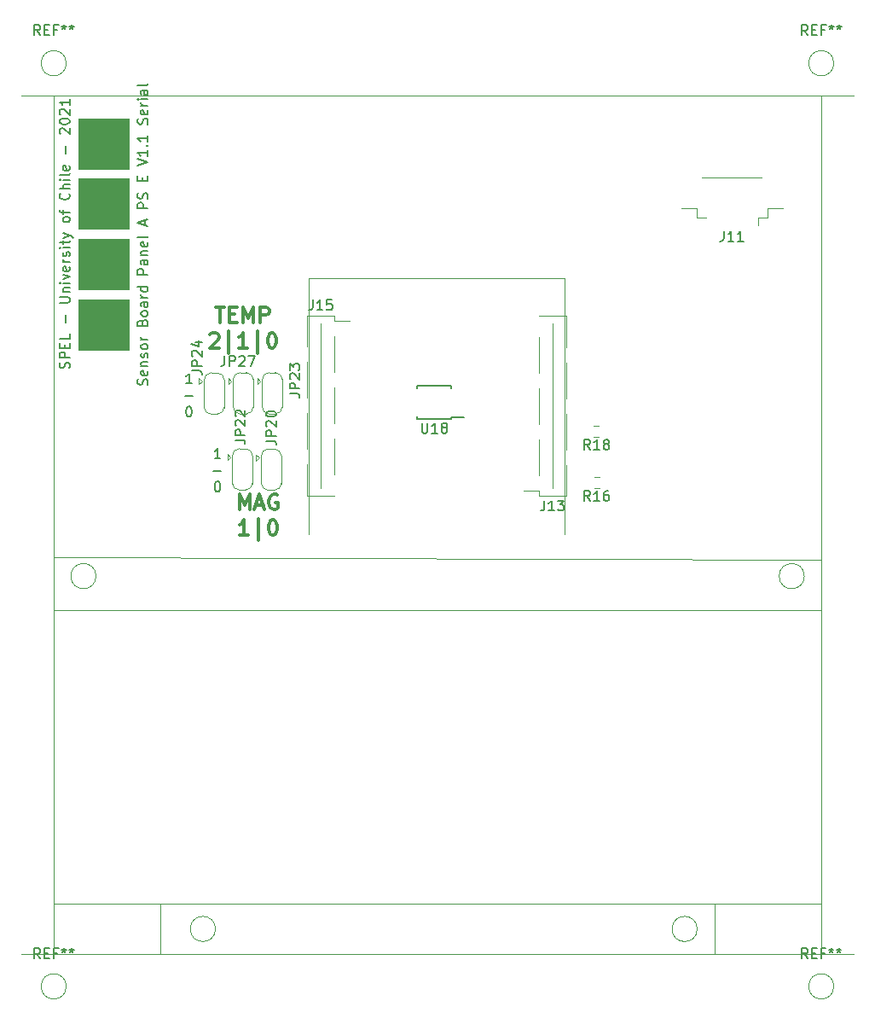
<source format=gbr>
G04 #@! TF.GenerationSoftware,KiCad,Pcbnew,(5.1.2)-2*
G04 #@! TF.CreationDate,2021-12-15T08:57:30-03:00*
G04 #@! TF.ProjectId,MAG_Plus,4d41475f-506c-4757-932e-6b696361645f,rev?*
G04 #@! TF.SameCoordinates,Original*
G04 #@! TF.FileFunction,Legend,Top*
G04 #@! TF.FilePolarity,Positive*
%FSLAX46Y46*%
G04 Gerber Fmt 4.6, Leading zero omitted, Abs format (unit mm)*
G04 Created by KiCad (PCBNEW (5.1.2)-2) date 2021-12-15 08:57:30*
%MOMM*%
%LPD*%
G04 APERTURE LIST*
%ADD10C,0.150000*%
%ADD11C,0.300000*%
%ADD12C,0.100000*%
%ADD13C,0.120000*%
G04 APERTURE END LIST*
D10*
X141345714Y-183412380D02*
X140774285Y-183412380D01*
X141060000Y-183412380D02*
X141060000Y-182412380D01*
X140964761Y-182555238D01*
X140869523Y-182650476D01*
X140774285Y-182698095D01*
X140679047Y-184681428D02*
X141440952Y-184681428D01*
X141012380Y-185712380D02*
X141107619Y-185712380D01*
X141202857Y-185760000D01*
X141250476Y-185807619D01*
X141298095Y-185902857D01*
X141345714Y-186093333D01*
X141345714Y-186331428D01*
X141298095Y-186521904D01*
X141250476Y-186617142D01*
X141202857Y-186664761D01*
X141107619Y-186712380D01*
X141012380Y-186712380D01*
X140917142Y-186664761D01*
X140869523Y-186617142D01*
X140821904Y-186521904D01*
X140774285Y-186331428D01*
X140774285Y-186093333D01*
X140821904Y-185902857D01*
X140869523Y-185807619D01*
X140917142Y-185760000D01*
X141012380Y-185712380D01*
X138525714Y-175972380D02*
X137954285Y-175972380D01*
X138240000Y-175972380D02*
X138240000Y-174972380D01*
X138144761Y-175115238D01*
X138049523Y-175210476D01*
X137954285Y-175258095D01*
X137859047Y-177241428D02*
X138620952Y-177241428D01*
X138192380Y-178272380D02*
X138287619Y-178272380D01*
X138382857Y-178320000D01*
X138430476Y-178367619D01*
X138478095Y-178462857D01*
X138525714Y-178653333D01*
X138525714Y-178891428D01*
X138478095Y-179081904D01*
X138430476Y-179177142D01*
X138382857Y-179224761D01*
X138287619Y-179272380D01*
X138192380Y-179272380D01*
X138097142Y-179224761D01*
X138049523Y-179177142D01*
X138001904Y-179081904D01*
X137954285Y-178891428D01*
X137954285Y-178653333D01*
X138001904Y-178462857D01*
X138049523Y-178367619D01*
X138097142Y-178320000D01*
X138192380Y-178272380D01*
D11*
X140905714Y-168413571D02*
X141762857Y-168413571D01*
X141334285Y-169913571D02*
X141334285Y-168413571D01*
X142262857Y-169127857D02*
X142762857Y-169127857D01*
X142977142Y-169913571D02*
X142262857Y-169913571D01*
X142262857Y-168413571D01*
X142977142Y-168413571D01*
X143620000Y-169913571D02*
X143620000Y-168413571D01*
X144120000Y-169485000D01*
X144620000Y-168413571D01*
X144620000Y-169913571D01*
X145334285Y-169913571D02*
X145334285Y-168413571D01*
X145905714Y-168413571D01*
X146048571Y-168485000D01*
X146120000Y-168556428D01*
X146191428Y-168699285D01*
X146191428Y-168913571D01*
X146120000Y-169056428D01*
X146048571Y-169127857D01*
X145905714Y-169199285D01*
X145334285Y-169199285D01*
X140334285Y-171106428D02*
X140405714Y-171035000D01*
X140548571Y-170963571D01*
X140905714Y-170963571D01*
X141048571Y-171035000D01*
X141120000Y-171106428D01*
X141191428Y-171249285D01*
X141191428Y-171392142D01*
X141120000Y-171606428D01*
X140262857Y-172463571D01*
X141191428Y-172463571D01*
X142191428Y-172963571D02*
X142191428Y-170820714D01*
X144048571Y-172463571D02*
X143191428Y-172463571D01*
X143620000Y-172463571D02*
X143620000Y-170963571D01*
X143477142Y-171177857D01*
X143334285Y-171320714D01*
X143191428Y-171392142D01*
X145048571Y-172963571D02*
X145048571Y-170820714D01*
X146405714Y-170963571D02*
X146548571Y-170963571D01*
X146691428Y-171035000D01*
X146762857Y-171106428D01*
X146834285Y-171249285D01*
X146905714Y-171535000D01*
X146905714Y-171892142D01*
X146834285Y-172177857D01*
X146762857Y-172320714D01*
X146691428Y-172392142D01*
X146548571Y-172463571D01*
X146405714Y-172463571D01*
X146262857Y-172392142D01*
X146191428Y-172320714D01*
X146120000Y-172177857D01*
X146048571Y-171892142D01*
X146048571Y-171535000D01*
X146120000Y-171249285D01*
X146191428Y-171106428D01*
X146262857Y-171035000D01*
X146405714Y-170963571D01*
X143237142Y-188483571D02*
X143237142Y-186983571D01*
X143737142Y-188055000D01*
X144237142Y-186983571D01*
X144237142Y-188483571D01*
X144880000Y-188055000D02*
X145594285Y-188055000D01*
X144737142Y-188483571D02*
X145237142Y-186983571D01*
X145737142Y-188483571D01*
X147022857Y-187055000D02*
X146880000Y-186983571D01*
X146665714Y-186983571D01*
X146451428Y-187055000D01*
X146308571Y-187197857D01*
X146237142Y-187340714D01*
X146165714Y-187626428D01*
X146165714Y-187840714D01*
X146237142Y-188126428D01*
X146308571Y-188269285D01*
X146451428Y-188412142D01*
X146665714Y-188483571D01*
X146808571Y-188483571D01*
X147022857Y-188412142D01*
X147094285Y-188340714D01*
X147094285Y-187840714D01*
X146808571Y-187840714D01*
X144130000Y-191033571D02*
X143272857Y-191033571D01*
X143701428Y-191033571D02*
X143701428Y-189533571D01*
X143558571Y-189747857D01*
X143415714Y-189890714D01*
X143272857Y-189962142D01*
X145130000Y-191533571D02*
X145130000Y-189390714D01*
X146487142Y-189533571D02*
X146630000Y-189533571D01*
X146772857Y-189605000D01*
X146844285Y-189676428D01*
X146915714Y-189819285D01*
X146987142Y-190105000D01*
X146987142Y-190462142D01*
X146915714Y-190747857D01*
X146844285Y-190890714D01*
X146772857Y-190962142D01*
X146630000Y-191033571D01*
X146487142Y-191033571D01*
X146344285Y-190962142D01*
X146272857Y-190890714D01*
X146201428Y-190747857D01*
X146130000Y-190462142D01*
X146130000Y-190105000D01*
X146201428Y-189819285D01*
X146272857Y-189676428D01*
X146344285Y-189605000D01*
X146487142Y-189533571D01*
D12*
G36*
X132290000Y-166660000D02*
G01*
X127290000Y-166660000D01*
X127290000Y-161660000D01*
X132290000Y-161660000D01*
X132290000Y-166660000D01*
G37*
X132290000Y-166660000D02*
X127290000Y-166660000D01*
X127290000Y-161660000D01*
X132290000Y-161660000D01*
X132290000Y-166660000D01*
G36*
X132290000Y-160660000D02*
G01*
X127290000Y-160660000D01*
X127290000Y-155660000D01*
X132290000Y-155660000D01*
X132290000Y-160660000D01*
G37*
X132290000Y-160660000D02*
X127290000Y-160660000D01*
X127290000Y-155660000D01*
X132290000Y-155660000D01*
X132290000Y-160660000D01*
G36*
X132290000Y-172660000D02*
G01*
X127290000Y-172660000D01*
X127290000Y-167660000D01*
X132290000Y-167660000D01*
X132290000Y-172660000D01*
G37*
X132290000Y-172660000D02*
X127290000Y-172660000D01*
X127290000Y-167660000D01*
X132290000Y-167660000D01*
X132290000Y-172660000D01*
G36*
X132290000Y-154660000D02*
G01*
X127290000Y-154660000D01*
X127290000Y-149660000D01*
X132290000Y-149660000D01*
X132290000Y-154660000D01*
G37*
X132290000Y-154660000D02*
X127290000Y-154660000D01*
X127290000Y-149660000D01*
X132290000Y-149660000D01*
X132290000Y-154660000D01*
D10*
X126344761Y-174443333D02*
X126392380Y-174300476D01*
X126392380Y-174062380D01*
X126344761Y-173967142D01*
X126297142Y-173919523D01*
X126201904Y-173871904D01*
X126106666Y-173871904D01*
X126011428Y-173919523D01*
X125963809Y-173967142D01*
X125916190Y-174062380D01*
X125868571Y-174252857D01*
X125820952Y-174348095D01*
X125773333Y-174395714D01*
X125678095Y-174443333D01*
X125582857Y-174443333D01*
X125487619Y-174395714D01*
X125440000Y-174348095D01*
X125392380Y-174252857D01*
X125392380Y-174014761D01*
X125440000Y-173871904D01*
X126392380Y-173443333D02*
X125392380Y-173443333D01*
X125392380Y-173062380D01*
X125440000Y-172967142D01*
X125487619Y-172919523D01*
X125582857Y-172871904D01*
X125725714Y-172871904D01*
X125820952Y-172919523D01*
X125868571Y-172967142D01*
X125916190Y-173062380D01*
X125916190Y-173443333D01*
X125868571Y-172443333D02*
X125868571Y-172110000D01*
X126392380Y-171967142D02*
X126392380Y-172443333D01*
X125392380Y-172443333D01*
X125392380Y-171967142D01*
X126392380Y-171062380D02*
X126392380Y-171538571D01*
X125392380Y-171538571D01*
X126011428Y-169967142D02*
X126011428Y-169205238D01*
X125392380Y-167967142D02*
X126201904Y-167967142D01*
X126297142Y-167919523D01*
X126344761Y-167871904D01*
X126392380Y-167776666D01*
X126392380Y-167586190D01*
X126344761Y-167490952D01*
X126297142Y-167443333D01*
X126201904Y-167395714D01*
X125392380Y-167395714D01*
X125725714Y-166919523D02*
X126392380Y-166919523D01*
X125820952Y-166919523D02*
X125773333Y-166871904D01*
X125725714Y-166776666D01*
X125725714Y-166633809D01*
X125773333Y-166538571D01*
X125868571Y-166490952D01*
X126392380Y-166490952D01*
X126392380Y-166014761D02*
X125725714Y-166014761D01*
X125392380Y-166014761D02*
X125440000Y-166062380D01*
X125487619Y-166014761D01*
X125440000Y-165967142D01*
X125392380Y-166014761D01*
X125487619Y-166014761D01*
X125725714Y-165633809D02*
X126392380Y-165395714D01*
X125725714Y-165157619D01*
X126344761Y-164395714D02*
X126392380Y-164490952D01*
X126392380Y-164681428D01*
X126344761Y-164776666D01*
X126249523Y-164824285D01*
X125868571Y-164824285D01*
X125773333Y-164776666D01*
X125725714Y-164681428D01*
X125725714Y-164490952D01*
X125773333Y-164395714D01*
X125868571Y-164348095D01*
X125963809Y-164348095D01*
X126059047Y-164824285D01*
X126392380Y-163919523D02*
X125725714Y-163919523D01*
X125916190Y-163919523D02*
X125820952Y-163871904D01*
X125773333Y-163824285D01*
X125725714Y-163729047D01*
X125725714Y-163633809D01*
X126344761Y-163348095D02*
X126392380Y-163252857D01*
X126392380Y-163062380D01*
X126344761Y-162967142D01*
X126249523Y-162919523D01*
X126201904Y-162919523D01*
X126106666Y-162967142D01*
X126059047Y-163062380D01*
X126059047Y-163205238D01*
X126011428Y-163300476D01*
X125916190Y-163348095D01*
X125868571Y-163348095D01*
X125773333Y-163300476D01*
X125725714Y-163205238D01*
X125725714Y-163062380D01*
X125773333Y-162967142D01*
X126392380Y-162490952D02*
X125725714Y-162490952D01*
X125392380Y-162490952D02*
X125440000Y-162538571D01*
X125487619Y-162490952D01*
X125440000Y-162443333D01*
X125392380Y-162490952D01*
X125487619Y-162490952D01*
X125725714Y-162157619D02*
X125725714Y-161776666D01*
X125392380Y-162014761D02*
X126249523Y-162014761D01*
X126344761Y-161967142D01*
X126392380Y-161871904D01*
X126392380Y-161776666D01*
X125725714Y-161538571D02*
X126392380Y-161300476D01*
X125725714Y-161062380D02*
X126392380Y-161300476D01*
X126630476Y-161395714D01*
X126678095Y-161443333D01*
X126725714Y-161538571D01*
X126392380Y-159776666D02*
X126344761Y-159871904D01*
X126297142Y-159919523D01*
X126201904Y-159967142D01*
X125916190Y-159967142D01*
X125820952Y-159919523D01*
X125773333Y-159871904D01*
X125725714Y-159776666D01*
X125725714Y-159633809D01*
X125773333Y-159538571D01*
X125820952Y-159490952D01*
X125916190Y-159443333D01*
X126201904Y-159443333D01*
X126297142Y-159490952D01*
X126344761Y-159538571D01*
X126392380Y-159633809D01*
X126392380Y-159776666D01*
X125725714Y-159157619D02*
X125725714Y-158776666D01*
X126392380Y-159014761D02*
X125535238Y-159014761D01*
X125440000Y-158967142D01*
X125392380Y-158871904D01*
X125392380Y-158776666D01*
X126297142Y-157110000D02*
X126344761Y-157157619D01*
X126392380Y-157300476D01*
X126392380Y-157395714D01*
X126344761Y-157538571D01*
X126249523Y-157633809D01*
X126154285Y-157681428D01*
X125963809Y-157729047D01*
X125820952Y-157729047D01*
X125630476Y-157681428D01*
X125535238Y-157633809D01*
X125440000Y-157538571D01*
X125392380Y-157395714D01*
X125392380Y-157300476D01*
X125440000Y-157157619D01*
X125487619Y-157110000D01*
X126392380Y-156681428D02*
X125392380Y-156681428D01*
X126392380Y-156252857D02*
X125868571Y-156252857D01*
X125773333Y-156300476D01*
X125725714Y-156395714D01*
X125725714Y-156538571D01*
X125773333Y-156633809D01*
X125820952Y-156681428D01*
X126392380Y-155776666D02*
X125725714Y-155776666D01*
X125392380Y-155776666D02*
X125440000Y-155824285D01*
X125487619Y-155776666D01*
X125440000Y-155729047D01*
X125392380Y-155776666D01*
X125487619Y-155776666D01*
X126392380Y-155157619D02*
X126344761Y-155252857D01*
X126249523Y-155300476D01*
X125392380Y-155300476D01*
X126344761Y-154395714D02*
X126392380Y-154490952D01*
X126392380Y-154681428D01*
X126344761Y-154776666D01*
X126249523Y-154824285D01*
X125868571Y-154824285D01*
X125773333Y-154776666D01*
X125725714Y-154681428D01*
X125725714Y-154490952D01*
X125773333Y-154395714D01*
X125868571Y-154348095D01*
X125963809Y-154348095D01*
X126059047Y-154824285D01*
X126011428Y-153157619D02*
X126011428Y-152395714D01*
X125487619Y-151205238D02*
X125440000Y-151157619D01*
X125392380Y-151062380D01*
X125392380Y-150824285D01*
X125440000Y-150729047D01*
X125487619Y-150681428D01*
X125582857Y-150633809D01*
X125678095Y-150633809D01*
X125820952Y-150681428D01*
X126392380Y-151252857D01*
X126392380Y-150633809D01*
X125392380Y-150014761D02*
X125392380Y-149919523D01*
X125440000Y-149824285D01*
X125487619Y-149776666D01*
X125582857Y-149729047D01*
X125773333Y-149681428D01*
X126011428Y-149681428D01*
X126201904Y-149729047D01*
X126297142Y-149776666D01*
X126344761Y-149824285D01*
X126392380Y-149919523D01*
X126392380Y-150014761D01*
X126344761Y-150110000D01*
X126297142Y-150157619D01*
X126201904Y-150205238D01*
X126011428Y-150252857D01*
X125773333Y-150252857D01*
X125582857Y-150205238D01*
X125487619Y-150157619D01*
X125440000Y-150110000D01*
X125392380Y-150014761D01*
X125487619Y-149300476D02*
X125440000Y-149252857D01*
X125392380Y-149157619D01*
X125392380Y-148919523D01*
X125440000Y-148824285D01*
X125487619Y-148776666D01*
X125582857Y-148729047D01*
X125678095Y-148729047D01*
X125820952Y-148776666D01*
X126392380Y-149348095D01*
X126392380Y-148729047D01*
X126392380Y-147776666D02*
X126392380Y-148348095D01*
X126392380Y-148062380D02*
X125392380Y-148062380D01*
X125535238Y-148157619D01*
X125630476Y-148252857D01*
X125678095Y-148348095D01*
X134094761Y-176114761D02*
X134142380Y-175971904D01*
X134142380Y-175733809D01*
X134094761Y-175638571D01*
X134047142Y-175590952D01*
X133951904Y-175543333D01*
X133856666Y-175543333D01*
X133761428Y-175590952D01*
X133713809Y-175638571D01*
X133666190Y-175733809D01*
X133618571Y-175924285D01*
X133570952Y-176019523D01*
X133523333Y-176067142D01*
X133428095Y-176114761D01*
X133332857Y-176114761D01*
X133237619Y-176067142D01*
X133190000Y-176019523D01*
X133142380Y-175924285D01*
X133142380Y-175686190D01*
X133190000Y-175543333D01*
X134094761Y-174733809D02*
X134142380Y-174829047D01*
X134142380Y-175019523D01*
X134094761Y-175114761D01*
X133999523Y-175162380D01*
X133618571Y-175162380D01*
X133523333Y-175114761D01*
X133475714Y-175019523D01*
X133475714Y-174829047D01*
X133523333Y-174733809D01*
X133618571Y-174686190D01*
X133713809Y-174686190D01*
X133809047Y-175162380D01*
X133475714Y-174257619D02*
X134142380Y-174257619D01*
X133570952Y-174257619D02*
X133523333Y-174210000D01*
X133475714Y-174114761D01*
X133475714Y-173971904D01*
X133523333Y-173876666D01*
X133618571Y-173829047D01*
X134142380Y-173829047D01*
X134094761Y-173400476D02*
X134142380Y-173305238D01*
X134142380Y-173114761D01*
X134094761Y-173019523D01*
X133999523Y-172971904D01*
X133951904Y-172971904D01*
X133856666Y-173019523D01*
X133809047Y-173114761D01*
X133809047Y-173257619D01*
X133761428Y-173352857D01*
X133666190Y-173400476D01*
X133618571Y-173400476D01*
X133523333Y-173352857D01*
X133475714Y-173257619D01*
X133475714Y-173114761D01*
X133523333Y-173019523D01*
X134142380Y-172400476D02*
X134094761Y-172495714D01*
X134047142Y-172543333D01*
X133951904Y-172590952D01*
X133666190Y-172590952D01*
X133570952Y-172543333D01*
X133523333Y-172495714D01*
X133475714Y-172400476D01*
X133475714Y-172257619D01*
X133523333Y-172162380D01*
X133570952Y-172114761D01*
X133666190Y-172067142D01*
X133951904Y-172067142D01*
X134047142Y-172114761D01*
X134094761Y-172162380D01*
X134142380Y-172257619D01*
X134142380Y-172400476D01*
X134142380Y-171638571D02*
X133475714Y-171638571D01*
X133666190Y-171638571D02*
X133570952Y-171590952D01*
X133523333Y-171543333D01*
X133475714Y-171448095D01*
X133475714Y-171352857D01*
X133618571Y-169924285D02*
X133666190Y-169781428D01*
X133713809Y-169733809D01*
X133809047Y-169686190D01*
X133951904Y-169686190D01*
X134047142Y-169733809D01*
X134094761Y-169781428D01*
X134142380Y-169876666D01*
X134142380Y-170257619D01*
X133142380Y-170257619D01*
X133142380Y-169924285D01*
X133190000Y-169829047D01*
X133237619Y-169781428D01*
X133332857Y-169733809D01*
X133428095Y-169733809D01*
X133523333Y-169781428D01*
X133570952Y-169829047D01*
X133618571Y-169924285D01*
X133618571Y-170257619D01*
X134142380Y-169114761D02*
X134094761Y-169210000D01*
X134047142Y-169257619D01*
X133951904Y-169305238D01*
X133666190Y-169305238D01*
X133570952Y-169257619D01*
X133523333Y-169210000D01*
X133475714Y-169114761D01*
X133475714Y-168971904D01*
X133523333Y-168876666D01*
X133570952Y-168829047D01*
X133666190Y-168781428D01*
X133951904Y-168781428D01*
X134047142Y-168829047D01*
X134094761Y-168876666D01*
X134142380Y-168971904D01*
X134142380Y-169114761D01*
X134142380Y-167924285D02*
X133618571Y-167924285D01*
X133523333Y-167971904D01*
X133475714Y-168067142D01*
X133475714Y-168257619D01*
X133523333Y-168352857D01*
X134094761Y-167924285D02*
X134142380Y-168019523D01*
X134142380Y-168257619D01*
X134094761Y-168352857D01*
X133999523Y-168400476D01*
X133904285Y-168400476D01*
X133809047Y-168352857D01*
X133761428Y-168257619D01*
X133761428Y-168019523D01*
X133713809Y-167924285D01*
X134142380Y-167448095D02*
X133475714Y-167448095D01*
X133666190Y-167448095D02*
X133570952Y-167400476D01*
X133523333Y-167352857D01*
X133475714Y-167257619D01*
X133475714Y-167162380D01*
X134142380Y-166400476D02*
X133142380Y-166400476D01*
X134094761Y-166400476D02*
X134142380Y-166495714D01*
X134142380Y-166686190D01*
X134094761Y-166781428D01*
X134047142Y-166829047D01*
X133951904Y-166876666D01*
X133666190Y-166876666D01*
X133570952Y-166829047D01*
X133523333Y-166781428D01*
X133475714Y-166686190D01*
X133475714Y-166495714D01*
X133523333Y-166400476D01*
X134142380Y-165162380D02*
X133142380Y-165162380D01*
X133142380Y-164781428D01*
X133190000Y-164686190D01*
X133237619Y-164638571D01*
X133332857Y-164590952D01*
X133475714Y-164590952D01*
X133570952Y-164638571D01*
X133618571Y-164686190D01*
X133666190Y-164781428D01*
X133666190Y-165162380D01*
X134142380Y-163733809D02*
X133618571Y-163733809D01*
X133523333Y-163781428D01*
X133475714Y-163876666D01*
X133475714Y-164067142D01*
X133523333Y-164162380D01*
X134094761Y-163733809D02*
X134142380Y-163829047D01*
X134142380Y-164067142D01*
X134094761Y-164162380D01*
X133999523Y-164210000D01*
X133904285Y-164210000D01*
X133809047Y-164162380D01*
X133761428Y-164067142D01*
X133761428Y-163829047D01*
X133713809Y-163733809D01*
X133475714Y-163257619D02*
X134142380Y-163257619D01*
X133570952Y-163257619D02*
X133523333Y-163210000D01*
X133475714Y-163114761D01*
X133475714Y-162971904D01*
X133523333Y-162876666D01*
X133618571Y-162829047D01*
X134142380Y-162829047D01*
X134094761Y-161971904D02*
X134142380Y-162067142D01*
X134142380Y-162257619D01*
X134094761Y-162352857D01*
X133999523Y-162400476D01*
X133618571Y-162400476D01*
X133523333Y-162352857D01*
X133475714Y-162257619D01*
X133475714Y-162067142D01*
X133523333Y-161971904D01*
X133618571Y-161924285D01*
X133713809Y-161924285D01*
X133809047Y-162400476D01*
X134142380Y-161352857D02*
X134094761Y-161448095D01*
X133999523Y-161495714D01*
X133142380Y-161495714D01*
X133856666Y-160257619D02*
X133856666Y-159781428D01*
X134142380Y-160352857D02*
X133142380Y-160019523D01*
X134142380Y-159686190D01*
X134142380Y-158590952D02*
X133142380Y-158590952D01*
X133142380Y-158210000D01*
X133190000Y-158114761D01*
X133237619Y-158067142D01*
X133332857Y-158019523D01*
X133475714Y-158019523D01*
X133570952Y-158067142D01*
X133618571Y-158114761D01*
X133666190Y-158210000D01*
X133666190Y-158590952D01*
X134094761Y-157638571D02*
X134142380Y-157495714D01*
X134142380Y-157257619D01*
X134094761Y-157162380D01*
X134047142Y-157114761D01*
X133951904Y-157067142D01*
X133856666Y-157067142D01*
X133761428Y-157114761D01*
X133713809Y-157162380D01*
X133666190Y-157257619D01*
X133618571Y-157448095D01*
X133570952Y-157543333D01*
X133523333Y-157590952D01*
X133428095Y-157638571D01*
X133332857Y-157638571D01*
X133237619Y-157590952D01*
X133190000Y-157543333D01*
X133142380Y-157448095D01*
X133142380Y-157210000D01*
X133190000Y-157067142D01*
X133618571Y-155876666D02*
X133618571Y-155543333D01*
X134142380Y-155400476D02*
X134142380Y-155876666D01*
X133142380Y-155876666D01*
X133142380Y-155400476D01*
X133142380Y-154352857D02*
X134142380Y-154019523D01*
X133142380Y-153686190D01*
X134142380Y-152829047D02*
X134142380Y-153400476D01*
X134142380Y-153114761D02*
X133142380Y-153114761D01*
X133285238Y-153210000D01*
X133380476Y-153305238D01*
X133428095Y-153400476D01*
X134047142Y-152400476D02*
X134094761Y-152352857D01*
X134142380Y-152400476D01*
X134094761Y-152448095D01*
X134047142Y-152400476D01*
X134142380Y-152400476D01*
X134142380Y-151400476D02*
X134142380Y-151971904D01*
X134142380Y-151686190D02*
X133142380Y-151686190D01*
X133285238Y-151781428D01*
X133380476Y-151876666D01*
X133428095Y-151971904D01*
X134094761Y-150257619D02*
X134142380Y-150114761D01*
X134142380Y-149876666D01*
X134094761Y-149781428D01*
X134047142Y-149733809D01*
X133951904Y-149686190D01*
X133856666Y-149686190D01*
X133761428Y-149733809D01*
X133713809Y-149781428D01*
X133666190Y-149876666D01*
X133618571Y-150067142D01*
X133570952Y-150162380D01*
X133523333Y-150210000D01*
X133428095Y-150257619D01*
X133332857Y-150257619D01*
X133237619Y-150210000D01*
X133190000Y-150162380D01*
X133142380Y-150067142D01*
X133142380Y-149829047D01*
X133190000Y-149686190D01*
X134094761Y-148876666D02*
X134142380Y-148971904D01*
X134142380Y-149162380D01*
X134094761Y-149257619D01*
X133999523Y-149305238D01*
X133618571Y-149305238D01*
X133523333Y-149257619D01*
X133475714Y-149162380D01*
X133475714Y-148971904D01*
X133523333Y-148876666D01*
X133618571Y-148829047D01*
X133713809Y-148829047D01*
X133809047Y-149305238D01*
X134142380Y-148400476D02*
X133475714Y-148400476D01*
X133666190Y-148400476D02*
X133570952Y-148352857D01*
X133523333Y-148305238D01*
X133475714Y-148210000D01*
X133475714Y-148114761D01*
X134142380Y-147781428D02*
X133475714Y-147781428D01*
X133142380Y-147781428D02*
X133190000Y-147829047D01*
X133237619Y-147781428D01*
X133190000Y-147733809D01*
X133142380Y-147781428D01*
X133237619Y-147781428D01*
X134142380Y-146876666D02*
X133618571Y-146876666D01*
X133523333Y-146924285D01*
X133475714Y-147019523D01*
X133475714Y-147210000D01*
X133523333Y-147305238D01*
X134094761Y-146876666D02*
X134142380Y-146971904D01*
X134142380Y-147210000D01*
X134094761Y-147305238D01*
X133999523Y-147352857D01*
X133904285Y-147352857D01*
X133809047Y-147305238D01*
X133761428Y-147210000D01*
X133761428Y-146971904D01*
X133713809Y-146876666D01*
X134142380Y-146257619D02*
X134094761Y-146352857D01*
X133999523Y-146400476D01*
X133142380Y-146400476D01*
D13*
X190400000Y-227600000D02*
X190400000Y-232600000D01*
X135400000Y-227600000D02*
X135400000Y-232600000D01*
X140860000Y-230100000D02*
G75*
G03X140860000Y-230100000I-1250000J0D01*
G01*
X188690000Y-230100000D02*
G75*
G03X188690000Y-230100000I-1250000J0D01*
G01*
X151320000Y-186399978D02*
X151320000Y-170000000D01*
X174320000Y-186400000D02*
X174320000Y-170000000D01*
X175520000Y-165500000D02*
X150120000Y-165500000D01*
X150120000Y-190900000D02*
X150120000Y-165500000D01*
X175520000Y-190900000D02*
X175520000Y-165500000D01*
X129000000Y-195090000D02*
G75*
G03X129000000Y-195090000I-1250000J0D01*
G01*
X199320040Y-195089967D02*
G75*
G03X199320040Y-195089967I-1250040J0D01*
G01*
X201000000Y-198500000D02*
X124800000Y-198500000D01*
X201000000Y-227600000D02*
X124800000Y-227600000D01*
X201000000Y-193500000D02*
X124800000Y-193200000D01*
X202250000Y-235800000D02*
G75*
G03X202250000Y-235800000I-1250000J0D01*
G01*
X126050000Y-235800000D02*
G75*
G03X126050000Y-235800000I-1250000J0D01*
G01*
X126050000Y-144200000D02*
G75*
G03X126050000Y-144200000I-1250000J0D01*
G01*
X202250000Y-144200000D02*
G75*
G03X202250000Y-144200000I-1250000J0D01*
G01*
X201000000Y-147400000D02*
X201000000Y-232600000D01*
X124800000Y-232600000D02*
X124800000Y-147400000D01*
X121600000Y-232600000D02*
X204200000Y-232600000D01*
X204200000Y-147400000D02*
X121600000Y-147400000D01*
X189555000Y-159525000D02*
X188605000Y-159525000D01*
X188605000Y-159525000D02*
X188605000Y-158625000D01*
X188605000Y-158625000D02*
X187105000Y-158625000D01*
X194705000Y-159525000D02*
X195655000Y-159525000D01*
X195655000Y-159525000D02*
X195655000Y-158625000D01*
X195655000Y-158625000D02*
X197155000Y-158625000D01*
X195105000Y-155525000D02*
X189155000Y-155525000D01*
X194705000Y-159525000D02*
X194705000Y-160275000D01*
X175650000Y-172360000D02*
X175650000Y-169250000D01*
X175650000Y-177440000D02*
X175650000Y-173880000D01*
X175650000Y-182520000D02*
X175650000Y-178960000D01*
X175650000Y-169820000D02*
X175650000Y-169250000D01*
X172990000Y-187150000D02*
X172990000Y-186580000D01*
X172990000Y-186580000D02*
X171470000Y-186580000D01*
X175650000Y-187150000D02*
X175650000Y-184040000D01*
X172990000Y-174900000D02*
X172990000Y-171340000D01*
X172990000Y-179980000D02*
X172990000Y-176420000D01*
X172990000Y-185060000D02*
X172990000Y-181500000D01*
X175650000Y-169250000D02*
X172990000Y-169250000D01*
X175650000Y-187150000D02*
X172990000Y-187150000D01*
X149990000Y-169230000D02*
X152650000Y-169230000D01*
X149990000Y-187130000D02*
X152650000Y-187130000D01*
X152650000Y-171320000D02*
X152650000Y-174880000D01*
X152650000Y-176400000D02*
X152650000Y-179960000D01*
X152650000Y-181480000D02*
X152650000Y-185040000D01*
X149990000Y-169230000D02*
X149990000Y-172340000D01*
X152650000Y-169800000D02*
X154170000Y-169800000D01*
X152650000Y-169230000D02*
X152650000Y-169800000D01*
X149990000Y-186560000D02*
X149990000Y-187130000D01*
X149990000Y-173860000D02*
X149990000Y-177420000D01*
X149990000Y-178940000D02*
X149990000Y-182500000D01*
X149990000Y-184020000D02*
X149990000Y-187130000D01*
X145210000Y-183320000D02*
X144910000Y-183620000D01*
X144910000Y-183020000D02*
X144910000Y-183620000D01*
X145210000Y-183320000D02*
X144910000Y-183020000D01*
X146110000Y-182470000D02*
X146710000Y-182470000D01*
X145410000Y-185920000D02*
X145410000Y-183120000D01*
X146710000Y-186570000D02*
X146110000Y-186570000D01*
X147410000Y-183120000D02*
X147410000Y-185920000D01*
X147410000Y-185870000D02*
G75*
G02X146710000Y-186570000I-700000J0D01*
G01*
X146110000Y-186570000D02*
G75*
G02X145410000Y-185870000I0J700000D01*
G01*
X145410000Y-183170000D02*
G75*
G02X146110000Y-182470000I700000J0D01*
G01*
X146710000Y-182470000D02*
G75*
G02X147410000Y-183170000I0J-700000D01*
G01*
X143840000Y-182450000D02*
G75*
G02X144540000Y-183150000I0J-700000D01*
G01*
X142540000Y-183150000D02*
G75*
G02X143240000Y-182450000I700000J0D01*
G01*
X143240000Y-186550000D02*
G75*
G02X142540000Y-185850000I0J700000D01*
G01*
X144540000Y-185850000D02*
G75*
G02X143840000Y-186550000I-700000J0D01*
G01*
X144540000Y-183100000D02*
X144540000Y-185900000D01*
X143840000Y-186550000D02*
X143240000Y-186550000D01*
X142540000Y-185900000D02*
X142540000Y-183100000D01*
X143240000Y-182450000D02*
X143840000Y-182450000D01*
X142340000Y-183300000D02*
X142040000Y-183000000D01*
X142040000Y-183000000D02*
X142040000Y-183600000D01*
X142340000Y-183300000D02*
X142040000Y-183600000D01*
X178950000Y-185300000D02*
X178450000Y-185300000D01*
X178450000Y-186360000D02*
X178950000Y-186360000D01*
X178440000Y-181270000D02*
X178940000Y-181270000D01*
X178940000Y-180210000D02*
X178440000Y-180210000D01*
X145300000Y-175750000D02*
X145000000Y-176050000D01*
X145000000Y-175450000D02*
X145000000Y-176050000D01*
X145300000Y-175750000D02*
X145000000Y-175450000D01*
X146200000Y-174900000D02*
X146800000Y-174900000D01*
X145500000Y-178350000D02*
X145500000Y-175550000D01*
X146800000Y-179000000D02*
X146200000Y-179000000D01*
X147500000Y-175550000D02*
X147500000Y-178350000D01*
X147500000Y-178300000D02*
G75*
G02X146800000Y-179000000I-700000J0D01*
G01*
X146200000Y-179000000D02*
G75*
G02X145500000Y-178300000I0J700000D01*
G01*
X145500000Y-175600000D02*
G75*
G02X146200000Y-174900000I700000J0D01*
G01*
X146800000Y-174900000D02*
G75*
G02X147500000Y-175600000I0J-700000D01*
G01*
X141040000Y-174920000D02*
G75*
G02X141740000Y-175620000I0J-700000D01*
G01*
X139740000Y-175620000D02*
G75*
G02X140440000Y-174920000I700000J0D01*
G01*
X140440000Y-179020000D02*
G75*
G02X139740000Y-178320000I0J700000D01*
G01*
X141740000Y-178320000D02*
G75*
G02X141040000Y-179020000I-700000J0D01*
G01*
X141740000Y-175570000D02*
X141740000Y-178370000D01*
X141040000Y-179020000D02*
X140440000Y-179020000D01*
X139740000Y-178370000D02*
X139740000Y-175570000D01*
X140440000Y-174920000D02*
X141040000Y-174920000D01*
X139540000Y-175770000D02*
X139240000Y-175470000D01*
X139240000Y-175470000D02*
X139240000Y-176070000D01*
X139540000Y-175770000D02*
X139240000Y-176070000D01*
X142420000Y-175750000D02*
X142120000Y-176050000D01*
X142120000Y-175450000D02*
X142120000Y-176050000D01*
X142420000Y-175750000D02*
X142120000Y-175450000D01*
X143320000Y-174900000D02*
X143920000Y-174900000D01*
X142620000Y-178350000D02*
X142620000Y-175550000D01*
X143920000Y-179000000D02*
X143320000Y-179000000D01*
X144620000Y-175550000D02*
X144620000Y-178350000D01*
X144620000Y-178300000D02*
G75*
G02X143920000Y-179000000I-700000J0D01*
G01*
X143320000Y-179000000D02*
G75*
G02X142620000Y-178300000I0J700000D01*
G01*
X142620000Y-175600000D02*
G75*
G02X143320000Y-174900000I700000J0D01*
G01*
X143920000Y-174900000D02*
G75*
G02X144620000Y-175600000I0J-700000D01*
G01*
D10*
X164255000Y-179530000D02*
X164255000Y-179355000D01*
X160905000Y-179530000D02*
X160905000Y-179280000D01*
X160905000Y-176180000D02*
X160905000Y-176430000D01*
X164255000Y-176180000D02*
X164255000Y-176430000D01*
X164255000Y-179530000D02*
X160905000Y-179530000D01*
X164255000Y-176180000D02*
X160905000Y-176180000D01*
X164255000Y-179355000D02*
X165505000Y-179355000D01*
X199656666Y-233012380D02*
X199323333Y-232536190D01*
X199085238Y-233012380D02*
X199085238Y-232012380D01*
X199466190Y-232012380D01*
X199561428Y-232060000D01*
X199609047Y-232107619D01*
X199656666Y-232202857D01*
X199656666Y-232345714D01*
X199609047Y-232440952D01*
X199561428Y-232488571D01*
X199466190Y-232536190D01*
X199085238Y-232536190D01*
X200085238Y-232488571D02*
X200418571Y-232488571D01*
X200561428Y-233012380D02*
X200085238Y-233012380D01*
X200085238Y-232012380D01*
X200561428Y-232012380D01*
X201323333Y-232488571D02*
X200990000Y-232488571D01*
X200990000Y-233012380D02*
X200990000Y-232012380D01*
X201466190Y-232012380D01*
X201990000Y-232012380D02*
X201990000Y-232250476D01*
X201751904Y-232155238D02*
X201990000Y-232250476D01*
X202228095Y-232155238D01*
X201847142Y-232440952D02*
X201990000Y-232250476D01*
X202132857Y-232440952D01*
X202751904Y-232012380D02*
X202751904Y-232250476D01*
X202513809Y-232155238D02*
X202751904Y-232250476D01*
X202990000Y-232155238D01*
X202609047Y-232440952D02*
X202751904Y-232250476D01*
X202894761Y-232440952D01*
X123466666Y-233022380D02*
X123133333Y-232546190D01*
X122895238Y-233022380D02*
X122895238Y-232022380D01*
X123276190Y-232022380D01*
X123371428Y-232070000D01*
X123419047Y-232117619D01*
X123466666Y-232212857D01*
X123466666Y-232355714D01*
X123419047Y-232450952D01*
X123371428Y-232498571D01*
X123276190Y-232546190D01*
X122895238Y-232546190D01*
X123895238Y-232498571D02*
X124228571Y-232498571D01*
X124371428Y-233022380D02*
X123895238Y-233022380D01*
X123895238Y-232022380D01*
X124371428Y-232022380D01*
X125133333Y-232498571D02*
X124800000Y-232498571D01*
X124800000Y-233022380D02*
X124800000Y-232022380D01*
X125276190Y-232022380D01*
X125800000Y-232022380D02*
X125800000Y-232260476D01*
X125561904Y-232165238D02*
X125800000Y-232260476D01*
X126038095Y-232165238D01*
X125657142Y-232450952D02*
X125800000Y-232260476D01*
X125942857Y-232450952D01*
X126561904Y-232022380D02*
X126561904Y-232260476D01*
X126323809Y-232165238D02*
X126561904Y-232260476D01*
X126800000Y-232165238D01*
X126419047Y-232450952D02*
X126561904Y-232260476D01*
X126704761Y-232450952D01*
X199666666Y-141412380D02*
X199333333Y-140936190D01*
X199095238Y-141412380D02*
X199095238Y-140412380D01*
X199476190Y-140412380D01*
X199571428Y-140460000D01*
X199619047Y-140507619D01*
X199666666Y-140602857D01*
X199666666Y-140745714D01*
X199619047Y-140840952D01*
X199571428Y-140888571D01*
X199476190Y-140936190D01*
X199095238Y-140936190D01*
X200095238Y-140888571D02*
X200428571Y-140888571D01*
X200571428Y-141412380D02*
X200095238Y-141412380D01*
X200095238Y-140412380D01*
X200571428Y-140412380D01*
X201333333Y-140888571D02*
X201000000Y-140888571D01*
X201000000Y-141412380D02*
X201000000Y-140412380D01*
X201476190Y-140412380D01*
X202000000Y-140412380D02*
X202000000Y-140650476D01*
X201761904Y-140555238D02*
X202000000Y-140650476D01*
X202238095Y-140555238D01*
X201857142Y-140840952D02*
X202000000Y-140650476D01*
X202142857Y-140840952D01*
X202761904Y-140412380D02*
X202761904Y-140650476D01*
X202523809Y-140555238D02*
X202761904Y-140650476D01*
X203000000Y-140555238D01*
X202619047Y-140840952D02*
X202761904Y-140650476D01*
X202904761Y-140840952D01*
X123466666Y-141402380D02*
X123133333Y-140926190D01*
X122895238Y-141402380D02*
X122895238Y-140402380D01*
X123276190Y-140402380D01*
X123371428Y-140450000D01*
X123419047Y-140497619D01*
X123466666Y-140592857D01*
X123466666Y-140735714D01*
X123419047Y-140830952D01*
X123371428Y-140878571D01*
X123276190Y-140926190D01*
X122895238Y-140926190D01*
X123895238Y-140878571D02*
X124228571Y-140878571D01*
X124371428Y-141402380D02*
X123895238Y-141402380D01*
X123895238Y-140402380D01*
X124371428Y-140402380D01*
X125133333Y-140878571D02*
X124800000Y-140878571D01*
X124800000Y-141402380D02*
X124800000Y-140402380D01*
X125276190Y-140402380D01*
X125800000Y-140402380D02*
X125800000Y-140640476D01*
X125561904Y-140545238D02*
X125800000Y-140640476D01*
X126038095Y-140545238D01*
X125657142Y-140830952D02*
X125800000Y-140640476D01*
X125942857Y-140830952D01*
X126561904Y-140402380D02*
X126561904Y-140640476D01*
X126323809Y-140545238D02*
X126561904Y-140640476D01*
X126800000Y-140545238D01*
X126419047Y-140830952D02*
X126561904Y-140640476D01*
X126704761Y-140830952D01*
X191320476Y-160852380D02*
X191320476Y-161566666D01*
X191272857Y-161709523D01*
X191177619Y-161804761D01*
X191034761Y-161852380D01*
X190939523Y-161852380D01*
X192320476Y-161852380D02*
X191749047Y-161852380D01*
X192034761Y-161852380D02*
X192034761Y-160852380D01*
X191939523Y-160995238D01*
X191844285Y-161090476D01*
X191749047Y-161138095D01*
X193272857Y-161852380D02*
X192701428Y-161852380D01*
X192987142Y-161852380D02*
X192987142Y-160852380D01*
X192891904Y-160995238D01*
X192796666Y-161090476D01*
X192701428Y-161138095D01*
X173510476Y-187602380D02*
X173510476Y-188316666D01*
X173462857Y-188459523D01*
X173367619Y-188554761D01*
X173224761Y-188602380D01*
X173129523Y-188602380D01*
X174510476Y-188602380D02*
X173939047Y-188602380D01*
X174224761Y-188602380D02*
X174224761Y-187602380D01*
X174129523Y-187745238D01*
X174034285Y-187840476D01*
X173939047Y-187888095D01*
X174843809Y-187602380D02*
X175462857Y-187602380D01*
X175129523Y-187983333D01*
X175272380Y-187983333D01*
X175367619Y-188030952D01*
X175415238Y-188078571D01*
X175462857Y-188173809D01*
X175462857Y-188411904D01*
X175415238Y-188507142D01*
X175367619Y-188554761D01*
X175272380Y-188602380D01*
X174986666Y-188602380D01*
X174891428Y-188554761D01*
X174843809Y-188507142D01*
X150510476Y-167682380D02*
X150510476Y-168396666D01*
X150462857Y-168539523D01*
X150367619Y-168634761D01*
X150224761Y-168682380D01*
X150129523Y-168682380D01*
X151510476Y-168682380D02*
X150939047Y-168682380D01*
X151224761Y-168682380D02*
X151224761Y-167682380D01*
X151129523Y-167825238D01*
X151034285Y-167920476D01*
X150939047Y-167968095D01*
X152415238Y-167682380D02*
X151939047Y-167682380D01*
X151891428Y-168158571D01*
X151939047Y-168110952D01*
X152034285Y-168063333D01*
X152272380Y-168063333D01*
X152367619Y-168110952D01*
X152415238Y-168158571D01*
X152462857Y-168253809D01*
X152462857Y-168491904D01*
X152415238Y-168587142D01*
X152367619Y-168634761D01*
X152272380Y-168682380D01*
X152034285Y-168682380D01*
X151939047Y-168634761D01*
X151891428Y-168587142D01*
X145872380Y-181669523D02*
X146586666Y-181669523D01*
X146729523Y-181717142D01*
X146824761Y-181812380D01*
X146872380Y-181955238D01*
X146872380Y-182050476D01*
X146872380Y-181193333D02*
X145872380Y-181193333D01*
X145872380Y-180812380D01*
X145920000Y-180717142D01*
X145967619Y-180669523D01*
X146062857Y-180621904D01*
X146205714Y-180621904D01*
X146300952Y-180669523D01*
X146348571Y-180717142D01*
X146396190Y-180812380D01*
X146396190Y-181193333D01*
X145967619Y-180240952D02*
X145920000Y-180193333D01*
X145872380Y-180098095D01*
X145872380Y-179860000D01*
X145920000Y-179764761D01*
X145967619Y-179717142D01*
X146062857Y-179669523D01*
X146158095Y-179669523D01*
X146300952Y-179717142D01*
X146872380Y-180288571D01*
X146872380Y-179669523D01*
X145872380Y-179050476D02*
X145872380Y-178955238D01*
X145920000Y-178860000D01*
X145967619Y-178812380D01*
X146062857Y-178764761D01*
X146253333Y-178717142D01*
X146491428Y-178717142D01*
X146681904Y-178764761D01*
X146777142Y-178812380D01*
X146824761Y-178860000D01*
X146872380Y-178955238D01*
X146872380Y-179050476D01*
X146824761Y-179145714D01*
X146777142Y-179193333D01*
X146681904Y-179240952D01*
X146491428Y-179288571D01*
X146253333Y-179288571D01*
X146062857Y-179240952D01*
X145967619Y-179193333D01*
X145920000Y-179145714D01*
X145872380Y-179050476D01*
X142802380Y-181599523D02*
X143516666Y-181599523D01*
X143659523Y-181647142D01*
X143754761Y-181742380D01*
X143802380Y-181885238D01*
X143802380Y-181980476D01*
X143802380Y-181123333D02*
X142802380Y-181123333D01*
X142802380Y-180742380D01*
X142850000Y-180647142D01*
X142897619Y-180599523D01*
X142992857Y-180551904D01*
X143135714Y-180551904D01*
X143230952Y-180599523D01*
X143278571Y-180647142D01*
X143326190Y-180742380D01*
X143326190Y-181123333D01*
X142897619Y-180170952D02*
X142850000Y-180123333D01*
X142802380Y-180028095D01*
X142802380Y-179790000D01*
X142850000Y-179694761D01*
X142897619Y-179647142D01*
X142992857Y-179599523D01*
X143088095Y-179599523D01*
X143230952Y-179647142D01*
X143802380Y-180218571D01*
X143802380Y-179599523D01*
X142897619Y-179218571D02*
X142850000Y-179170952D01*
X142802380Y-179075714D01*
X142802380Y-178837619D01*
X142850000Y-178742380D01*
X142897619Y-178694761D01*
X142992857Y-178647142D01*
X143088095Y-178647142D01*
X143230952Y-178694761D01*
X143802380Y-179266190D01*
X143802380Y-178647142D01*
X178057142Y-187632380D02*
X177723809Y-187156190D01*
X177485714Y-187632380D02*
X177485714Y-186632380D01*
X177866666Y-186632380D01*
X177961904Y-186680000D01*
X178009523Y-186727619D01*
X178057142Y-186822857D01*
X178057142Y-186965714D01*
X178009523Y-187060952D01*
X177961904Y-187108571D01*
X177866666Y-187156190D01*
X177485714Y-187156190D01*
X179009523Y-187632380D02*
X178438095Y-187632380D01*
X178723809Y-187632380D02*
X178723809Y-186632380D01*
X178628571Y-186775238D01*
X178533333Y-186870476D01*
X178438095Y-186918095D01*
X179866666Y-186632380D02*
X179676190Y-186632380D01*
X179580952Y-186680000D01*
X179533333Y-186727619D01*
X179438095Y-186870476D01*
X179390476Y-187060952D01*
X179390476Y-187441904D01*
X179438095Y-187537142D01*
X179485714Y-187584761D01*
X179580952Y-187632380D01*
X179771428Y-187632380D01*
X179866666Y-187584761D01*
X179914285Y-187537142D01*
X179961904Y-187441904D01*
X179961904Y-187203809D01*
X179914285Y-187108571D01*
X179866666Y-187060952D01*
X179771428Y-187013333D01*
X179580952Y-187013333D01*
X179485714Y-187060952D01*
X179438095Y-187108571D01*
X179390476Y-187203809D01*
X178047142Y-182542380D02*
X177713809Y-182066190D01*
X177475714Y-182542380D02*
X177475714Y-181542380D01*
X177856666Y-181542380D01*
X177951904Y-181590000D01*
X177999523Y-181637619D01*
X178047142Y-181732857D01*
X178047142Y-181875714D01*
X177999523Y-181970952D01*
X177951904Y-182018571D01*
X177856666Y-182066190D01*
X177475714Y-182066190D01*
X178999523Y-182542380D02*
X178428095Y-182542380D01*
X178713809Y-182542380D02*
X178713809Y-181542380D01*
X178618571Y-181685238D01*
X178523333Y-181780476D01*
X178428095Y-181828095D01*
X179570952Y-181970952D02*
X179475714Y-181923333D01*
X179428095Y-181875714D01*
X179380476Y-181780476D01*
X179380476Y-181732857D01*
X179428095Y-181637619D01*
X179475714Y-181590000D01*
X179570952Y-181542380D01*
X179761428Y-181542380D01*
X179856666Y-181590000D01*
X179904285Y-181637619D01*
X179951904Y-181732857D01*
X179951904Y-181780476D01*
X179904285Y-181875714D01*
X179856666Y-181923333D01*
X179761428Y-181970952D01*
X179570952Y-181970952D01*
X179475714Y-182018571D01*
X179428095Y-182066190D01*
X179380476Y-182161428D01*
X179380476Y-182351904D01*
X179428095Y-182447142D01*
X179475714Y-182494761D01*
X179570952Y-182542380D01*
X179761428Y-182542380D01*
X179856666Y-182494761D01*
X179904285Y-182447142D01*
X179951904Y-182351904D01*
X179951904Y-182161428D01*
X179904285Y-182066190D01*
X179856666Y-182018571D01*
X179761428Y-181970952D01*
X148222380Y-176969523D02*
X148936666Y-176969523D01*
X149079523Y-177017142D01*
X149174761Y-177112380D01*
X149222380Y-177255238D01*
X149222380Y-177350476D01*
X149222380Y-176493333D02*
X148222380Y-176493333D01*
X148222380Y-176112380D01*
X148270000Y-176017142D01*
X148317619Y-175969523D01*
X148412857Y-175921904D01*
X148555714Y-175921904D01*
X148650952Y-175969523D01*
X148698571Y-176017142D01*
X148746190Y-176112380D01*
X148746190Y-176493333D01*
X148317619Y-175540952D02*
X148270000Y-175493333D01*
X148222380Y-175398095D01*
X148222380Y-175160000D01*
X148270000Y-175064761D01*
X148317619Y-175017142D01*
X148412857Y-174969523D01*
X148508095Y-174969523D01*
X148650952Y-175017142D01*
X149222380Y-175588571D01*
X149222380Y-174969523D01*
X148222380Y-174636190D02*
X148222380Y-174017142D01*
X148603333Y-174350476D01*
X148603333Y-174207619D01*
X148650952Y-174112380D01*
X148698571Y-174064761D01*
X148793809Y-174017142D01*
X149031904Y-174017142D01*
X149127142Y-174064761D01*
X149174761Y-174112380D01*
X149222380Y-174207619D01*
X149222380Y-174493333D01*
X149174761Y-174588571D01*
X149127142Y-174636190D01*
X138512380Y-174709523D02*
X139226666Y-174709523D01*
X139369523Y-174757142D01*
X139464761Y-174852380D01*
X139512380Y-174995238D01*
X139512380Y-175090476D01*
X139512380Y-174233333D02*
X138512380Y-174233333D01*
X138512380Y-173852380D01*
X138560000Y-173757142D01*
X138607619Y-173709523D01*
X138702857Y-173661904D01*
X138845714Y-173661904D01*
X138940952Y-173709523D01*
X138988571Y-173757142D01*
X139036190Y-173852380D01*
X139036190Y-174233333D01*
X138607619Y-173280952D02*
X138560000Y-173233333D01*
X138512380Y-173138095D01*
X138512380Y-172900000D01*
X138560000Y-172804761D01*
X138607619Y-172757142D01*
X138702857Y-172709523D01*
X138798095Y-172709523D01*
X138940952Y-172757142D01*
X139512380Y-173328571D01*
X139512380Y-172709523D01*
X138845714Y-171852380D02*
X139512380Y-171852380D01*
X138464761Y-172090476D02*
X139179047Y-172328571D01*
X139179047Y-171709523D01*
X141780476Y-173252380D02*
X141780476Y-173966666D01*
X141732857Y-174109523D01*
X141637619Y-174204761D01*
X141494761Y-174252380D01*
X141399523Y-174252380D01*
X142256666Y-174252380D02*
X142256666Y-173252380D01*
X142637619Y-173252380D01*
X142732857Y-173300000D01*
X142780476Y-173347619D01*
X142828095Y-173442857D01*
X142828095Y-173585714D01*
X142780476Y-173680952D01*
X142732857Y-173728571D01*
X142637619Y-173776190D01*
X142256666Y-173776190D01*
X143209047Y-173347619D02*
X143256666Y-173300000D01*
X143351904Y-173252380D01*
X143590000Y-173252380D01*
X143685238Y-173300000D01*
X143732857Y-173347619D01*
X143780476Y-173442857D01*
X143780476Y-173538095D01*
X143732857Y-173680952D01*
X143161428Y-174252380D01*
X143780476Y-174252380D01*
X144113809Y-173252380D02*
X144780476Y-173252380D01*
X144351904Y-174252380D01*
X161341904Y-179907380D02*
X161341904Y-180716904D01*
X161389523Y-180812142D01*
X161437142Y-180859761D01*
X161532380Y-180907380D01*
X161722857Y-180907380D01*
X161818095Y-180859761D01*
X161865714Y-180812142D01*
X161913333Y-180716904D01*
X161913333Y-179907380D01*
X162913333Y-180907380D02*
X162341904Y-180907380D01*
X162627619Y-180907380D02*
X162627619Y-179907380D01*
X162532380Y-180050238D01*
X162437142Y-180145476D01*
X162341904Y-180193095D01*
X163484761Y-180335952D02*
X163389523Y-180288333D01*
X163341904Y-180240714D01*
X163294285Y-180145476D01*
X163294285Y-180097857D01*
X163341904Y-180002619D01*
X163389523Y-179955000D01*
X163484761Y-179907380D01*
X163675238Y-179907380D01*
X163770476Y-179955000D01*
X163818095Y-180002619D01*
X163865714Y-180097857D01*
X163865714Y-180145476D01*
X163818095Y-180240714D01*
X163770476Y-180288333D01*
X163675238Y-180335952D01*
X163484761Y-180335952D01*
X163389523Y-180383571D01*
X163341904Y-180431190D01*
X163294285Y-180526428D01*
X163294285Y-180716904D01*
X163341904Y-180812142D01*
X163389523Y-180859761D01*
X163484761Y-180907380D01*
X163675238Y-180907380D01*
X163770476Y-180859761D01*
X163818095Y-180812142D01*
X163865714Y-180716904D01*
X163865714Y-180526428D01*
X163818095Y-180431190D01*
X163770476Y-180383571D01*
X163675238Y-180335952D01*
M02*

</source>
